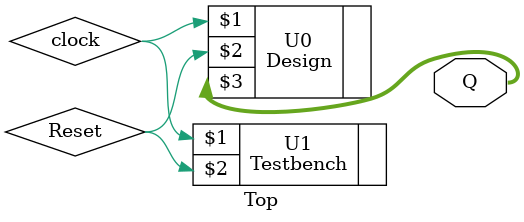
<source format=v>
`timescale 1ns / 1ps


module Top(
output [3:0]Q
    );
    wire clock , Reset;
    Design U0(
    clock,
    Reset,
    Q
    );
    Testbench U1(
    clock,
    Reset
    );
endmodule

</source>
